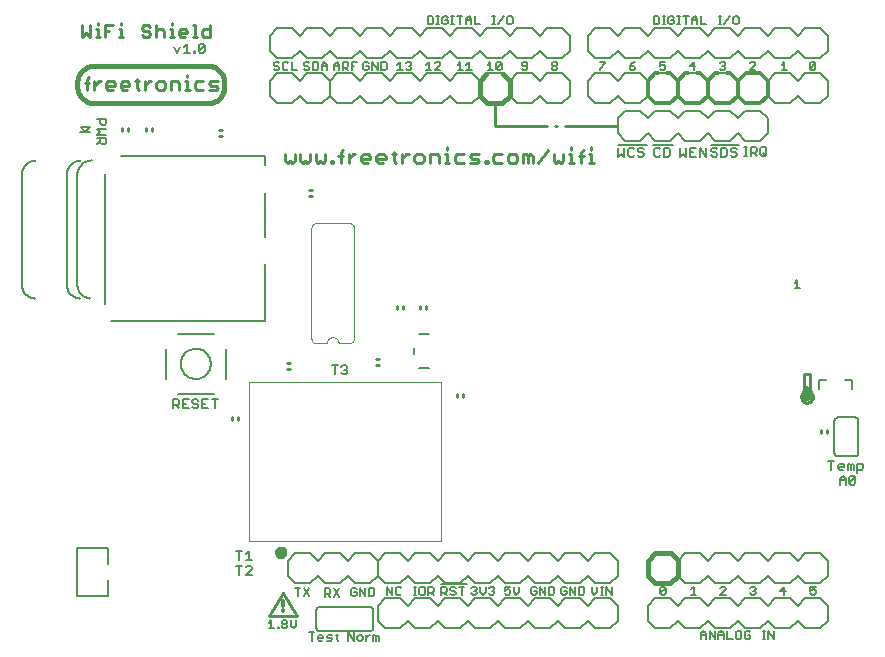
<source format=gto>
G75*
G70*
%OFA0B0*%
%FSLAX24Y24*%
%IPPOS*%
%LPD*%
%AMOC8*
5,1,8,0,0,1.08239X$1,22.5*
%
%ADD10C,0.0050*%
%ADD11C,0.0100*%
%ADD12C,0.0080*%
%ADD13C,0.0160*%
%ADD14C,0.0090*%
%ADD15C,0.0120*%
%ADD16C,0.0039*%
%ADD17C,0.0276*%
%ADD18C,0.0060*%
%ADD19C,0.0040*%
%ADD20C,0.0070*%
D10*
X001975Y001978D02*
X002999Y001978D01*
X002999Y002489D01*
X002999Y003041D02*
X002999Y003552D01*
X001975Y003552D01*
X001975Y002489D01*
X001975Y002291D01*
X001975Y001978D01*
X007262Y002965D02*
X007462Y002965D01*
X007362Y002965D02*
X007362Y002665D01*
X007584Y002665D02*
X007784Y002865D01*
X007784Y002915D01*
X007734Y002965D01*
X007634Y002965D01*
X007584Y002915D01*
X007584Y002665D02*
X007784Y002665D01*
X007784Y003165D02*
X007584Y003165D01*
X007684Y003165D02*
X007684Y003465D01*
X007584Y003365D01*
X007462Y003465D02*
X007262Y003465D01*
X007362Y003465D02*
X007362Y003165D01*
X009231Y002232D02*
X009411Y002232D01*
X009321Y002232D02*
X009321Y001962D01*
X009525Y001962D02*
X009705Y002232D01*
X009525Y002232D02*
X009705Y001962D01*
X010231Y001946D02*
X010231Y002216D01*
X010366Y002216D01*
X010411Y002171D01*
X010411Y002081D01*
X010366Y002036D01*
X010231Y002036D01*
X010321Y002036D02*
X010411Y001946D01*
X010525Y001946D02*
X010705Y002216D01*
X010525Y002216D02*
X010705Y001946D01*
X011106Y002007D02*
X011151Y001962D01*
X011241Y001962D01*
X011286Y002007D01*
X011286Y002097D01*
X011196Y002097D01*
X011286Y002187D02*
X011241Y002232D01*
X011151Y002232D01*
X011106Y002187D01*
X011106Y002007D01*
X011400Y001962D02*
X011400Y002232D01*
X011580Y001962D01*
X011580Y002232D01*
X011695Y002232D02*
X011830Y002232D01*
X011875Y002187D01*
X011875Y002007D01*
X011830Y001962D01*
X011695Y001962D01*
X011695Y002232D01*
X012295Y002260D02*
X012295Y001990D01*
X012476Y001990D02*
X012295Y002260D01*
X012476Y002260D02*
X012476Y001990D01*
X012590Y002035D02*
X012635Y001990D01*
X012725Y001990D01*
X012770Y002035D01*
X012590Y002035D02*
X012590Y002215D01*
X012635Y002260D01*
X012725Y002260D01*
X012770Y002215D01*
X013183Y002260D02*
X013273Y002260D01*
X013228Y002260D02*
X013228Y001990D01*
X013183Y001990D02*
X013273Y001990D01*
X013379Y002035D02*
X013424Y001990D01*
X013514Y001990D01*
X013559Y002035D01*
X013559Y002215D01*
X013514Y002260D01*
X013424Y002260D01*
X013379Y002215D01*
X013379Y002035D01*
X013674Y001990D02*
X013674Y002260D01*
X013809Y002260D01*
X013854Y002215D01*
X013854Y002125D01*
X013809Y002080D01*
X013674Y002080D01*
X013764Y002080D02*
X013854Y001990D01*
X014108Y001990D02*
X014108Y002260D01*
X014243Y002260D01*
X014288Y002215D01*
X014288Y002125D01*
X014243Y002080D01*
X014108Y002080D01*
X014198Y002080D02*
X014288Y001990D01*
X014403Y002035D02*
X014448Y001990D01*
X014538Y001990D01*
X014583Y002035D01*
X014583Y002080D01*
X014538Y002125D01*
X014448Y002125D01*
X014403Y002170D01*
X014403Y002215D01*
X014448Y002260D01*
X014538Y002260D01*
X014583Y002215D01*
X014697Y002260D02*
X014877Y002260D01*
X014787Y002260D02*
X014787Y001990D01*
X015106Y002048D02*
X015151Y002003D01*
X015241Y002003D01*
X015287Y002048D01*
X015287Y002093D01*
X015241Y002138D01*
X015196Y002138D01*
X015241Y002138D02*
X015287Y002183D01*
X015287Y002228D01*
X015241Y002273D01*
X015151Y002273D01*
X015106Y002228D01*
X014967Y002360D02*
X014083Y002360D01*
X015401Y002273D02*
X015401Y002093D01*
X015491Y002003D01*
X015581Y002093D01*
X015581Y002273D01*
X015696Y002228D02*
X015741Y002273D01*
X015831Y002273D01*
X015876Y002228D01*
X015876Y002183D01*
X015831Y002138D01*
X015876Y002093D01*
X015876Y002048D01*
X015831Y002003D01*
X015741Y002003D01*
X015696Y002048D01*
X015786Y002138D02*
X015831Y002138D01*
X016219Y002138D02*
X016309Y002183D01*
X016354Y002183D01*
X016399Y002138D01*
X016399Y002048D01*
X016354Y002003D01*
X016264Y002003D01*
X016219Y002048D01*
X016219Y002138D02*
X016219Y002273D01*
X016399Y002273D01*
X016514Y002273D02*
X016514Y002093D01*
X016604Y002003D01*
X016694Y002093D01*
X016694Y002273D01*
X017103Y002228D02*
X017103Y002048D01*
X017148Y002003D01*
X017238Y002003D01*
X017284Y002048D01*
X017284Y002138D01*
X017193Y002138D01*
X017103Y002228D02*
X017148Y002273D01*
X017238Y002273D01*
X017284Y002228D01*
X017398Y002273D02*
X017578Y002003D01*
X017578Y002273D01*
X017693Y002273D02*
X017828Y002273D01*
X017873Y002228D01*
X017873Y002048D01*
X017828Y002003D01*
X017693Y002003D01*
X017693Y002273D01*
X017398Y002273D02*
X017398Y002003D01*
X018103Y002048D02*
X018148Y002003D01*
X018238Y002003D01*
X018284Y002048D01*
X018284Y002138D01*
X018193Y002138D01*
X018103Y002228D02*
X018103Y002048D01*
X018103Y002228D02*
X018148Y002273D01*
X018238Y002273D01*
X018284Y002228D01*
X018398Y002273D02*
X018578Y002003D01*
X018578Y002273D01*
X018693Y002273D02*
X018693Y002003D01*
X018828Y002003D01*
X018873Y002048D01*
X018873Y002228D01*
X018828Y002273D01*
X018693Y002273D01*
X018398Y002273D02*
X018398Y002003D01*
X019119Y002093D02*
X019209Y002003D01*
X019299Y002093D01*
X019299Y002273D01*
X019414Y002273D02*
X019504Y002273D01*
X019459Y002273D02*
X019459Y002003D01*
X019414Y002003D02*
X019504Y002003D01*
X019610Y002003D02*
X019610Y002273D01*
X019790Y002003D01*
X019790Y002273D01*
X019119Y002273D02*
X019119Y002093D01*
X021412Y002048D02*
X021592Y002228D01*
X021592Y002048D01*
X021547Y002003D01*
X021457Y002003D01*
X021412Y002048D01*
X021412Y002228D01*
X021457Y002273D01*
X021547Y002273D01*
X021592Y002228D01*
X022424Y002183D02*
X022514Y002273D01*
X022514Y002003D01*
X022424Y002003D02*
X022605Y002003D01*
X023412Y002003D02*
X023592Y002183D01*
X023592Y002228D01*
X023547Y002273D01*
X023457Y002273D01*
X023412Y002228D01*
X023412Y002003D02*
X023592Y002003D01*
X024412Y002048D02*
X024457Y002003D01*
X024547Y002003D01*
X024592Y002048D01*
X024592Y002093D01*
X024547Y002138D01*
X024502Y002138D01*
X024547Y002138D02*
X024592Y002183D01*
X024592Y002228D01*
X024547Y002273D01*
X024457Y002273D01*
X024412Y002228D01*
X025412Y002138D02*
X025592Y002138D01*
X025547Y002003D02*
X025547Y002273D01*
X025412Y002138D01*
X026412Y002138D02*
X026502Y002183D01*
X026547Y002183D01*
X026592Y002138D01*
X026592Y002048D01*
X026547Y002003D01*
X026457Y002003D01*
X026412Y002048D01*
X026412Y002138D02*
X026412Y002273D01*
X026592Y002273D01*
X025193Y000805D02*
X025193Y000535D01*
X025012Y000805D01*
X025012Y000535D01*
X024906Y000535D02*
X024816Y000535D01*
X024861Y000535D02*
X024861Y000805D01*
X024816Y000805D02*
X024906Y000805D01*
X024407Y000760D02*
X024362Y000805D01*
X024272Y000805D01*
X024227Y000760D01*
X024227Y000580D01*
X024272Y000535D01*
X024362Y000535D01*
X024407Y000580D01*
X024407Y000670D01*
X024317Y000670D01*
X024112Y000760D02*
X024067Y000805D01*
X023977Y000805D01*
X023932Y000760D01*
X023932Y000580D01*
X023977Y000535D01*
X024067Y000535D01*
X024112Y000580D01*
X024112Y000760D01*
X023817Y000535D02*
X023637Y000535D01*
X023637Y000805D01*
X023523Y000715D02*
X023523Y000535D01*
X023523Y000670D02*
X023343Y000670D01*
X023343Y000715D02*
X023433Y000805D01*
X023523Y000715D01*
X023343Y000715D02*
X023343Y000535D01*
X023228Y000535D02*
X023228Y000805D01*
X023048Y000805D02*
X023048Y000535D01*
X022934Y000535D02*
X022934Y000715D01*
X022843Y000805D01*
X022753Y000715D01*
X022753Y000535D01*
X022753Y000670D02*
X022934Y000670D01*
X023048Y000805D02*
X023228Y000535D01*
X027387Y005665D02*
X027387Y005865D01*
X027487Y005965D01*
X027587Y005865D01*
X027587Y005665D01*
X027709Y005715D02*
X027909Y005915D01*
X027909Y005715D01*
X027859Y005665D01*
X027759Y005665D01*
X027709Y005715D01*
X027709Y005915D01*
X027759Y005965D01*
X027859Y005965D01*
X027909Y005915D01*
X027979Y006065D02*
X027979Y006365D01*
X028129Y006365D01*
X028179Y006315D01*
X028179Y006215D01*
X028129Y006165D01*
X027979Y006165D01*
X027857Y006165D02*
X027857Y006315D01*
X027807Y006365D01*
X027757Y006315D01*
X027757Y006165D01*
X027656Y006165D02*
X027656Y006365D01*
X027706Y006365D01*
X027757Y006315D01*
X027534Y006315D02*
X027534Y006265D01*
X027334Y006265D01*
X027334Y006215D02*
X027334Y006315D01*
X027384Y006365D01*
X027484Y006365D01*
X027534Y006315D01*
X027484Y006165D02*
X027384Y006165D01*
X027334Y006215D01*
X027112Y006165D02*
X027112Y006465D01*
X027012Y006465D02*
X027212Y006465D01*
X027387Y005815D02*
X027587Y005815D01*
X026067Y012228D02*
X025887Y012228D01*
X025977Y012228D02*
X025977Y012498D01*
X025887Y012408D01*
X024937Y016634D02*
X024837Y016734D01*
X024937Y016684D02*
X024887Y016634D01*
X024787Y016634D01*
X024736Y016684D01*
X024736Y016884D01*
X024787Y016934D01*
X024887Y016934D01*
X024937Y016884D01*
X024937Y016684D01*
X024614Y016634D02*
X024514Y016734D01*
X024564Y016734D02*
X024414Y016734D01*
X024414Y016634D02*
X024414Y016934D01*
X024564Y016934D01*
X024614Y016884D01*
X024614Y016784D01*
X024564Y016734D01*
X024299Y016634D02*
X024199Y016634D01*
X024249Y016634D02*
X024249Y016934D01*
X024199Y016934D02*
X024299Y016934D01*
X024047Y017003D02*
X023081Y017003D01*
X023156Y016903D02*
X023106Y016853D01*
X023106Y016803D01*
X023156Y016753D01*
X023256Y016753D01*
X023306Y016703D01*
X023306Y016653D01*
X023256Y016603D01*
X023156Y016603D01*
X023106Y016653D01*
X022919Y016603D02*
X022919Y016903D01*
X022719Y016903D02*
X022719Y016603D01*
X022597Y016603D02*
X022397Y016603D01*
X022397Y016903D01*
X022597Y016903D01*
X022719Y016903D02*
X022919Y016603D01*
X023156Y016903D02*
X023256Y016903D01*
X023306Y016853D01*
X023428Y016903D02*
X023578Y016903D01*
X023628Y016853D01*
X023628Y016653D01*
X023578Y016603D01*
X023428Y016603D01*
X023428Y016903D01*
X023750Y016853D02*
X023750Y016803D01*
X023800Y016753D01*
X023900Y016753D01*
X023950Y016703D01*
X023950Y016653D01*
X023900Y016603D01*
X023800Y016603D01*
X023750Y016653D01*
X023750Y016853D02*
X023800Y016903D01*
X023900Y016903D01*
X023950Y016853D01*
X022497Y016753D02*
X022397Y016753D01*
X022275Y016603D02*
X022275Y016903D01*
X022074Y016903D02*
X022074Y016603D01*
X022174Y016703D01*
X022275Y016603D01*
X021722Y016653D02*
X021722Y016853D01*
X021672Y016903D01*
X021522Y016903D01*
X021522Y016603D01*
X021672Y016603D01*
X021722Y016653D01*
X021400Y016653D02*
X021350Y016603D01*
X021249Y016603D01*
X021199Y016653D01*
X021199Y016853D01*
X021249Y016903D01*
X021350Y016903D01*
X021400Y016853D01*
X021174Y017003D02*
X021819Y017003D01*
X020954Y017003D02*
X019987Y017003D01*
X020012Y016903D02*
X020012Y016603D01*
X020112Y016703D01*
X020212Y016603D01*
X020212Y016903D01*
X020334Y016853D02*
X020334Y016653D01*
X020384Y016603D01*
X020484Y016603D01*
X020534Y016653D01*
X020656Y016653D02*
X020706Y016603D01*
X020807Y016603D01*
X020857Y016653D01*
X020857Y016703D01*
X020807Y016753D01*
X020706Y016753D01*
X020656Y016803D01*
X020656Y016853D01*
X020706Y016903D01*
X020807Y016903D01*
X020857Y016853D01*
X020534Y016853D02*
X020484Y016903D01*
X020384Y016903D01*
X020334Y016853D01*
X020432Y019490D02*
X020522Y019490D01*
X020567Y019535D01*
X020567Y019580D01*
X020522Y019625D01*
X020387Y019625D01*
X020387Y019535D01*
X020432Y019490D01*
X020387Y019625D02*
X020477Y019715D01*
X020567Y019760D01*
X021387Y019760D02*
X021387Y019625D01*
X021477Y019670D01*
X021522Y019670D01*
X021567Y019625D01*
X021567Y019535D01*
X021522Y019490D01*
X021432Y019490D01*
X021387Y019535D01*
X021387Y019760D02*
X021567Y019760D01*
X022387Y019625D02*
X022567Y019625D01*
X022522Y019490D02*
X022522Y019760D01*
X022387Y019625D01*
X023387Y019535D02*
X023432Y019490D01*
X023522Y019490D01*
X023567Y019535D01*
X023567Y019580D01*
X023522Y019625D01*
X023477Y019625D01*
X023522Y019625D02*
X023567Y019670D01*
X023567Y019715D01*
X023522Y019760D01*
X023432Y019760D01*
X023387Y019715D01*
X024387Y019715D02*
X024432Y019760D01*
X024522Y019760D01*
X024567Y019715D01*
X024567Y019670D01*
X024387Y019490D01*
X024567Y019490D01*
X025449Y019490D02*
X025630Y019490D01*
X025539Y019490D02*
X025539Y019760D01*
X025449Y019670D01*
X026387Y019715D02*
X026387Y019535D01*
X026567Y019715D01*
X026567Y019535D01*
X026522Y019490D01*
X026432Y019490D01*
X026387Y019535D01*
X026387Y019715D02*
X026432Y019760D01*
X026522Y019760D01*
X026567Y019715D01*
X024019Y021060D02*
X024019Y021240D01*
X023974Y021285D01*
X023884Y021285D01*
X023839Y021240D01*
X023839Y021060D01*
X023884Y021015D01*
X023974Y021015D01*
X024019Y021060D01*
X023724Y021285D02*
X023544Y021015D01*
X023438Y021015D02*
X023348Y021015D01*
X023393Y021015D02*
X023393Y021285D01*
X023348Y021285D02*
X023438Y021285D01*
X022939Y021015D02*
X022758Y021015D01*
X022758Y021285D01*
X022644Y021195D02*
X022644Y021015D01*
X022644Y021150D02*
X022464Y021150D01*
X022464Y021195D02*
X022554Y021285D01*
X022644Y021195D01*
X022464Y021195D02*
X022464Y021015D01*
X022259Y021015D02*
X022259Y021285D01*
X022169Y021285D02*
X022349Y021285D01*
X022063Y021285D02*
X021973Y021285D01*
X022018Y021285D02*
X022018Y021015D01*
X021973Y021015D02*
X022063Y021015D01*
X021858Y021060D02*
X021858Y021150D01*
X021768Y021150D01*
X021678Y021060D02*
X021723Y021015D01*
X021813Y021015D01*
X021858Y021060D01*
X021678Y021060D02*
X021678Y021240D01*
X021723Y021285D01*
X021813Y021285D01*
X021858Y021240D01*
X021572Y021285D02*
X021482Y021285D01*
X021527Y021285D02*
X021527Y021015D01*
X021482Y021015D02*
X021572Y021015D01*
X021367Y021060D02*
X021367Y021240D01*
X021322Y021285D01*
X021187Y021285D01*
X021187Y021015D01*
X021322Y021015D01*
X021367Y021060D01*
X019567Y019760D02*
X019567Y019715D01*
X019387Y019535D01*
X019387Y019490D01*
X019387Y019760D02*
X019567Y019760D01*
X017980Y019715D02*
X017980Y019670D01*
X017934Y019625D01*
X017844Y019625D01*
X017799Y019670D01*
X017799Y019715D01*
X017844Y019760D01*
X017934Y019760D01*
X017980Y019715D01*
X017934Y019625D02*
X017980Y019580D01*
X017980Y019535D01*
X017934Y019490D01*
X017844Y019490D01*
X017799Y019535D01*
X017799Y019580D01*
X017844Y019625D01*
X016980Y019625D02*
X016844Y019625D01*
X016799Y019670D01*
X016799Y019715D01*
X016844Y019760D01*
X016934Y019760D01*
X016980Y019715D01*
X016980Y019535D01*
X016934Y019490D01*
X016844Y019490D01*
X016799Y019535D01*
X016124Y019535D02*
X016079Y019490D01*
X015989Y019490D01*
X015944Y019535D01*
X016124Y019715D01*
X016124Y019535D01*
X015944Y019535D02*
X015944Y019715D01*
X015989Y019760D01*
X016079Y019760D01*
X016124Y019715D01*
X015830Y019490D02*
X015649Y019490D01*
X015739Y019490D02*
X015739Y019760D01*
X015649Y019670D01*
X015124Y019490D02*
X014944Y019490D01*
X015034Y019490D02*
X015034Y019760D01*
X014944Y019670D01*
X014830Y019490D02*
X014649Y019490D01*
X014739Y019490D02*
X014739Y019760D01*
X014649Y019670D01*
X014074Y019670D02*
X014074Y019715D01*
X014029Y019760D01*
X013939Y019760D01*
X013894Y019715D01*
X014074Y019670D02*
X013894Y019490D01*
X014074Y019490D01*
X013780Y019490D02*
X013599Y019490D01*
X013689Y019490D02*
X013689Y019760D01*
X013599Y019670D01*
X013112Y019670D02*
X013067Y019625D01*
X013112Y019580D01*
X013112Y019535D01*
X013067Y019490D01*
X012977Y019490D01*
X012932Y019535D01*
X012817Y019490D02*
X012637Y019490D01*
X012727Y019490D02*
X012727Y019760D01*
X012637Y019670D01*
X012932Y019715D02*
X012977Y019760D01*
X013067Y019760D01*
X013112Y019715D01*
X013112Y019670D01*
X013067Y019625D02*
X013022Y019625D01*
X012281Y019535D02*
X012281Y019715D01*
X012236Y019760D01*
X012101Y019760D01*
X012101Y019490D01*
X012236Y019490D01*
X012281Y019535D01*
X011987Y019490D02*
X011987Y019760D01*
X011807Y019760D02*
X011987Y019490D01*
X011807Y019490D02*
X011807Y019760D01*
X011692Y019715D02*
X011647Y019760D01*
X011557Y019760D01*
X011512Y019715D01*
X011512Y019535D01*
X011557Y019490D01*
X011647Y019490D01*
X011692Y019535D01*
X011692Y019625D01*
X011602Y019625D01*
X011294Y019760D02*
X011114Y019760D01*
X011114Y019490D01*
X010999Y019490D02*
X010909Y019580D01*
X010954Y019580D02*
X010819Y019580D01*
X010819Y019490D02*
X010819Y019760D01*
X010954Y019760D01*
X010999Y019715D01*
X010999Y019625D01*
X010954Y019580D01*
X011114Y019625D02*
X011204Y019625D01*
X010705Y019625D02*
X010524Y019625D01*
X010524Y019670D02*
X010614Y019760D01*
X010705Y019670D01*
X010705Y019490D01*
X010524Y019490D02*
X010524Y019670D01*
X010294Y019670D02*
X010294Y019490D01*
X010294Y019625D02*
X010114Y019625D01*
X010114Y019670D02*
X010204Y019760D01*
X010294Y019670D01*
X010114Y019670D02*
X010114Y019490D01*
X009999Y019535D02*
X009999Y019715D01*
X009954Y019760D01*
X009819Y019760D01*
X009819Y019490D01*
X009954Y019490D01*
X009999Y019535D01*
X009705Y019535D02*
X009659Y019490D01*
X009569Y019490D01*
X009524Y019535D01*
X009569Y019625D02*
X009659Y019625D01*
X009705Y019580D01*
X009705Y019535D01*
X009569Y019625D02*
X009524Y019670D01*
X009524Y019715D01*
X009569Y019760D01*
X009659Y019760D01*
X009705Y019715D01*
X009294Y019490D02*
X009114Y019490D01*
X009114Y019760D01*
X008999Y019715D02*
X008954Y019760D01*
X008864Y019760D01*
X008819Y019715D01*
X008819Y019535D01*
X008864Y019490D01*
X008954Y019490D01*
X008999Y019535D01*
X008705Y019535D02*
X008659Y019490D01*
X008569Y019490D01*
X008524Y019535D01*
X008569Y019625D02*
X008659Y019625D01*
X008705Y019580D01*
X008705Y019535D01*
X008569Y019625D02*
X008524Y019670D01*
X008524Y019715D01*
X008569Y019760D01*
X008659Y019760D01*
X008705Y019715D01*
X006222Y020117D02*
X006171Y020065D01*
X006067Y020065D01*
X006016Y020117D01*
X006222Y020324D01*
X006222Y020117D01*
X006016Y020117D02*
X006016Y020324D01*
X006067Y020375D01*
X006171Y020375D01*
X006222Y020324D01*
X005902Y020117D02*
X005902Y020065D01*
X005850Y020065D01*
X005850Y020117D01*
X005902Y020117D01*
X005725Y020065D02*
X005518Y020065D01*
X005622Y020065D02*
X005622Y020375D01*
X005518Y020272D01*
X005394Y020272D02*
X005290Y020065D01*
X005187Y020272D01*
X002937Y017865D02*
X002637Y017865D01*
X002737Y017865D02*
X002737Y017715D01*
X002787Y017665D01*
X002887Y017665D01*
X002937Y017715D01*
X002937Y017865D01*
X002937Y017543D02*
X002637Y017543D01*
X002737Y017443D01*
X002637Y017343D01*
X002937Y017343D01*
X002937Y017220D02*
X002937Y017070D01*
X002887Y017020D01*
X002787Y017020D01*
X002737Y017070D01*
X002737Y017220D01*
X002737Y017120D02*
X002637Y017020D01*
X002637Y017220D02*
X002937Y017220D01*
X003427Y016640D02*
X008221Y016640D01*
X008221Y016316D01*
X008221Y015390D02*
X008221Y013941D01*
X008221Y013015D02*
X008221Y011128D01*
X003089Y011128D01*
X002906Y011714D02*
X002906Y016033D01*
X002449Y016482D02*
X002408Y016480D01*
X002367Y016475D01*
X002327Y016466D01*
X002288Y016454D01*
X002250Y016438D01*
X002213Y016419D01*
X002178Y016397D01*
X002146Y016372D01*
X002115Y016344D01*
X002087Y016313D01*
X002062Y016281D01*
X002040Y016246D01*
X002021Y016209D01*
X002005Y016171D01*
X001993Y016132D01*
X001984Y016092D01*
X001979Y016051D01*
X001977Y016010D01*
X001977Y012388D01*
X001623Y012388D02*
X001621Y012347D01*
X001623Y012306D01*
X001629Y012265D01*
X001638Y012224D01*
X001650Y012185D01*
X001666Y012147D01*
X001685Y012110D01*
X001708Y012076D01*
X001733Y012043D01*
X001761Y012012D01*
X001792Y011985D01*
X001825Y011960D01*
X001860Y011938D01*
X001896Y011919D01*
X001935Y011903D01*
X001974Y011891D01*
X002015Y011882D01*
X002056Y011877D01*
X002410Y011877D02*
X002369Y011882D01*
X002328Y011891D01*
X002289Y011903D01*
X002250Y011919D01*
X002214Y011938D01*
X002179Y011960D01*
X002146Y011985D01*
X002115Y012012D01*
X002087Y012043D01*
X002062Y012076D01*
X002039Y012110D01*
X002020Y012147D01*
X002004Y012185D01*
X001992Y012224D01*
X001983Y012265D01*
X001977Y012306D01*
X001975Y012347D01*
X001977Y012388D01*
X001623Y012388D02*
X001623Y016010D01*
X001625Y016051D01*
X001630Y016092D01*
X001639Y016132D01*
X001651Y016171D01*
X001667Y016209D01*
X001686Y016246D01*
X001708Y016281D01*
X001733Y016313D01*
X001761Y016344D01*
X001792Y016372D01*
X001824Y016397D01*
X001859Y016419D01*
X001896Y016438D01*
X001934Y016454D01*
X001973Y016466D01*
X002013Y016475D01*
X002054Y016480D01*
X002095Y016482D01*
X000599Y016482D02*
X000558Y016480D01*
X000517Y016475D01*
X000477Y016466D01*
X000438Y016454D01*
X000400Y016438D01*
X000363Y016419D01*
X000328Y016397D01*
X000296Y016372D01*
X000265Y016344D01*
X000237Y016313D01*
X000212Y016281D01*
X000190Y016246D01*
X000171Y016209D01*
X000155Y016171D01*
X000143Y016132D01*
X000134Y016092D01*
X000129Y016051D01*
X000127Y016010D01*
X000127Y012388D01*
X000125Y012347D01*
X000127Y012306D01*
X000133Y012265D01*
X000142Y012224D01*
X000154Y012185D01*
X000170Y012147D01*
X000189Y012110D01*
X000212Y012076D01*
X000237Y012043D01*
X000265Y012012D01*
X000296Y011985D01*
X000329Y011960D01*
X000364Y011938D01*
X000400Y011919D01*
X000439Y011903D01*
X000478Y011891D01*
X000519Y011882D01*
X000560Y011877D01*
X005168Y008528D02*
X005168Y008228D01*
X005168Y008328D02*
X005318Y008328D01*
X005368Y008378D01*
X005368Y008478D01*
X005318Y008528D01*
X005168Y008528D01*
X005268Y008328D02*
X005368Y008228D01*
X005490Y008228D02*
X005691Y008228D01*
X005813Y008278D02*
X005863Y008228D01*
X005963Y008228D01*
X006013Y008278D01*
X006013Y008328D01*
X005963Y008378D01*
X005863Y008378D01*
X005813Y008428D01*
X005813Y008478D01*
X005863Y008528D01*
X005963Y008528D01*
X006013Y008478D01*
X006135Y008528D02*
X006135Y008228D01*
X006335Y008228D01*
X006235Y008378D02*
X006135Y008378D01*
X006135Y008528D02*
X006335Y008528D01*
X006457Y008528D02*
X006657Y008528D01*
X006557Y008528D02*
X006557Y008228D01*
X005691Y008528D02*
X005490Y008528D01*
X005490Y008228D01*
X005490Y008378D02*
X005590Y008378D01*
X010449Y009653D02*
X010650Y009653D01*
X010549Y009653D02*
X010549Y009353D01*
X010772Y009403D02*
X010822Y009353D01*
X010922Y009353D01*
X010972Y009403D01*
X010972Y009453D01*
X010922Y009503D01*
X010872Y009503D01*
X010922Y009503D02*
X010972Y009553D01*
X010972Y009603D01*
X010922Y009653D01*
X010822Y009653D01*
X010772Y009603D01*
X009272Y001154D02*
X009272Y000974D01*
X009182Y000884D01*
X009092Y000974D01*
X009092Y001154D01*
X008978Y001109D02*
X008978Y001064D01*
X008933Y001019D01*
X008843Y001019D01*
X008798Y001064D01*
X008798Y001109D01*
X008843Y001154D01*
X008933Y001154D01*
X008978Y001109D01*
X008933Y001019D02*
X008978Y000974D01*
X008978Y000929D01*
X008933Y000884D01*
X008843Y000884D01*
X008798Y000929D01*
X008798Y000974D01*
X008843Y001019D01*
X008695Y000929D02*
X008695Y000884D01*
X008650Y000884D01*
X008650Y000929D01*
X008695Y000929D01*
X008536Y000884D02*
X008356Y000884D01*
X008446Y000884D02*
X008446Y001154D01*
X008356Y001064D01*
X009699Y000748D02*
X009880Y000748D01*
X009789Y000748D02*
X009789Y000478D01*
X009994Y000523D02*
X009994Y000613D01*
X010039Y000658D01*
X010129Y000658D01*
X010174Y000613D01*
X010174Y000568D01*
X009994Y000568D01*
X009994Y000523D02*
X010039Y000478D01*
X010129Y000478D01*
X010289Y000478D02*
X010424Y000478D01*
X010469Y000523D01*
X010424Y000568D01*
X010334Y000568D01*
X010289Y000613D01*
X010334Y000658D01*
X010469Y000658D01*
X010583Y000658D02*
X010673Y000658D01*
X010628Y000703D02*
X010628Y000523D01*
X010673Y000478D01*
X011012Y000478D02*
X011012Y000748D01*
X011192Y000478D01*
X011192Y000748D01*
X011307Y000613D02*
X011352Y000658D01*
X011442Y000658D01*
X011487Y000613D01*
X011487Y000523D01*
X011442Y000478D01*
X011352Y000478D01*
X011307Y000523D01*
X011307Y000613D01*
X011601Y000658D02*
X011601Y000478D01*
X011601Y000568D02*
X011691Y000658D01*
X011736Y000658D01*
X011847Y000658D02*
X011847Y000478D01*
X011937Y000478D02*
X011937Y000613D01*
X011982Y000658D01*
X012027Y000613D01*
X012027Y000478D01*
X011937Y000613D02*
X011892Y000658D01*
X011847Y000658D01*
X013649Y021015D02*
X013784Y021015D01*
X013830Y021060D01*
X013830Y021240D01*
X013784Y021285D01*
X013649Y021285D01*
X013649Y021015D01*
X013944Y021015D02*
X014034Y021015D01*
X013989Y021015D02*
X013989Y021285D01*
X013944Y021285D02*
X014034Y021285D01*
X014140Y021240D02*
X014140Y021060D01*
X014185Y021015D01*
X014276Y021015D01*
X014321Y021060D01*
X014321Y021150D01*
X014231Y021150D01*
X014321Y021240D02*
X014276Y021285D01*
X014185Y021285D01*
X014140Y021240D01*
X014435Y021285D02*
X014525Y021285D01*
X014480Y021285D02*
X014480Y021015D01*
X014435Y021015D02*
X014525Y021015D01*
X014722Y021015D02*
X014722Y021285D01*
X014632Y021285D02*
X014812Y021285D01*
X014926Y021195D02*
X014926Y021015D01*
X014926Y021150D02*
X015106Y021150D01*
X015106Y021195D02*
X015106Y021015D01*
X015221Y021015D02*
X015221Y021285D01*
X015106Y021195D02*
X015016Y021285D01*
X014926Y021195D01*
X015221Y021015D02*
X015401Y021015D01*
X015810Y021015D02*
X015900Y021015D01*
X015855Y021015D02*
X015855Y021285D01*
X015810Y021285D02*
X015900Y021285D01*
X016187Y021285D02*
X016007Y021015D01*
X016301Y021060D02*
X016301Y021240D01*
X016346Y021285D01*
X016436Y021285D01*
X016481Y021240D01*
X016481Y021060D01*
X016436Y021015D01*
X016346Y021015D01*
X016301Y021060D01*
D11*
X015893Y018359D02*
X015893Y017640D01*
X017629Y017640D01*
X017900Y017640D02*
X017949Y017640D01*
X018220Y017640D02*
X019956Y017640D01*
X013589Y011628D02*
X013589Y011528D01*
X013389Y011528D02*
X013389Y011628D01*
X012837Y011628D02*
X012837Y011528D01*
X012637Y011528D02*
X012637Y011628D01*
X012047Y009865D02*
X011947Y009865D01*
X011947Y009665D02*
X012047Y009665D01*
X014637Y008690D02*
X014637Y008590D01*
X014837Y008590D02*
X014837Y008690D01*
X009053Y009540D02*
X008953Y009540D01*
X008953Y009740D02*
X009053Y009740D01*
X007337Y007920D02*
X007337Y007820D01*
X007137Y007820D02*
X007137Y007920D01*
X008831Y002078D02*
X009299Y001296D01*
X008362Y001296D01*
X008831Y002078D01*
X009687Y015290D02*
X009787Y015290D01*
X009787Y015490D02*
X009687Y015490D01*
X006787Y017290D02*
X006687Y017290D01*
X006687Y017490D02*
X006787Y017490D01*
X004462Y017465D02*
X004462Y017565D01*
X004262Y017565D02*
X004262Y017465D01*
X003649Y017465D02*
X003649Y017565D01*
X003449Y017565D02*
X003449Y017465D01*
X026206Y009359D02*
X026206Y008703D01*
X026393Y008734D01*
X026393Y009359D01*
X026206Y009359D01*
X026299Y008671D02*
X026268Y008640D01*
X026237Y008609D01*
X026299Y008546D01*
X026362Y008609D01*
X026362Y008671D01*
X026299Y008671D02*
X026299Y008609D01*
X026099Y008609D02*
X026101Y008637D01*
X026107Y008664D01*
X026116Y008690D01*
X026129Y008715D01*
X026146Y008738D01*
X026165Y008758D01*
X026187Y008775D01*
X026211Y008789D01*
X026237Y008799D01*
X026264Y008806D01*
X026292Y008809D01*
X026320Y008808D01*
X026347Y008803D01*
X026374Y008794D01*
X026399Y008782D01*
X026422Y008767D01*
X026443Y008748D01*
X026461Y008727D01*
X026476Y008703D01*
X026487Y008677D01*
X026495Y008651D01*
X026499Y008623D01*
X026499Y008595D01*
X026495Y008567D01*
X026487Y008541D01*
X026476Y008515D01*
X026461Y008491D01*
X026443Y008470D01*
X026422Y008451D01*
X026399Y008436D01*
X026374Y008424D01*
X026347Y008415D01*
X026320Y008410D01*
X026292Y008409D01*
X026264Y008412D01*
X026237Y008419D01*
X026211Y008429D01*
X026187Y008443D01*
X026165Y008460D01*
X026146Y008480D01*
X026129Y008503D01*
X026116Y008528D01*
X026107Y008554D01*
X026101Y008581D01*
X026099Y008609D01*
X026762Y007503D02*
X026762Y007403D01*
X026962Y007403D02*
X026962Y007503D01*
D12*
X026331Y008484D02*
X026362Y008515D01*
X026393Y008515D01*
X026456Y008578D01*
X026456Y008640D01*
X026424Y008671D01*
X026424Y008609D01*
X026237Y008609D01*
X026206Y008640D01*
X026206Y008578D01*
X026237Y008546D01*
X026268Y008515D01*
X026237Y008515D01*
X026206Y008484D01*
X026331Y008484D01*
X026331Y008515D02*
X026393Y008578D01*
X026331Y008515D02*
X026268Y008515D01*
X026237Y008546D02*
X026206Y008546D01*
X026174Y008578D01*
X026174Y008703D01*
X026237Y008703D02*
X026237Y008671D01*
X026206Y008640D01*
X026268Y008640D02*
X026268Y008671D01*
X026237Y008703D01*
X026299Y008828D02*
X026268Y008921D01*
X026331Y008921D01*
X026331Y008828D01*
X026686Y008851D02*
X026686Y009166D01*
X026922Y009166D01*
X027552Y009166D02*
X027788Y009166D01*
X027788Y008851D01*
X026737Y003390D02*
X026237Y003390D01*
X025987Y003140D01*
X025737Y003390D01*
X025237Y003390D01*
X024987Y003140D01*
X024737Y003390D01*
X024237Y003390D01*
X023987Y003140D01*
X023737Y003390D01*
X023237Y003390D01*
X022987Y003140D01*
X022737Y003390D01*
X022237Y003390D01*
X021987Y003140D01*
X021737Y003390D01*
X021237Y003390D01*
X020987Y003140D01*
X020987Y002640D01*
X021237Y002390D01*
X021737Y002390D01*
X021987Y002640D01*
X022237Y002390D01*
X022737Y002390D01*
X022987Y002640D01*
X023237Y002390D01*
X023737Y002390D01*
X023987Y002640D01*
X024237Y002390D01*
X024737Y002390D01*
X024987Y002640D01*
X025237Y002390D01*
X025737Y002390D01*
X025987Y002640D01*
X026237Y002390D01*
X026737Y002390D01*
X026987Y002640D01*
X026987Y003140D01*
X026737Y003390D01*
X026737Y001890D02*
X026237Y001890D01*
X025987Y001640D01*
X025737Y001890D01*
X025237Y001890D01*
X024987Y001640D01*
X024737Y001890D01*
X024237Y001890D01*
X023987Y001640D01*
X023737Y001890D01*
X023237Y001890D01*
X022987Y001640D01*
X022737Y001890D01*
X022237Y001890D01*
X021987Y001640D01*
X021737Y001890D01*
X021237Y001890D01*
X020987Y001640D01*
X020987Y001140D01*
X021237Y000890D01*
X021737Y000890D01*
X021987Y001140D01*
X022237Y000890D01*
X022737Y000890D01*
X022987Y001140D01*
X023237Y000890D01*
X023737Y000890D01*
X023987Y001140D01*
X024237Y000890D01*
X024737Y000890D01*
X024987Y001140D01*
X025237Y000890D01*
X025737Y000890D01*
X025987Y001140D01*
X026237Y000890D01*
X026737Y000890D01*
X026987Y001140D01*
X026987Y001640D01*
X026737Y001890D01*
X019987Y001640D02*
X019987Y001140D01*
X019737Y000890D01*
X019237Y000890D01*
X018987Y001140D01*
X018737Y000890D01*
X018237Y000890D01*
X017987Y001140D01*
X017737Y000890D01*
X017237Y000890D01*
X016987Y001140D01*
X016737Y000890D01*
X016237Y000890D01*
X015987Y001140D01*
X015737Y000890D01*
X015237Y000890D01*
X014987Y001140D01*
X014737Y000890D01*
X014237Y000890D01*
X013987Y001140D01*
X013737Y000890D01*
X013237Y000890D01*
X012987Y001140D01*
X012737Y000890D01*
X012237Y000890D01*
X011987Y001140D01*
X011987Y001640D01*
X012237Y001890D01*
X012737Y001890D01*
X012987Y001640D01*
X013237Y001890D01*
X013737Y001890D01*
X013987Y001640D01*
X014237Y001890D01*
X014737Y001890D01*
X014987Y001640D01*
X015237Y001890D01*
X015737Y001890D01*
X015987Y001640D01*
X016237Y001890D01*
X016737Y001890D01*
X016987Y001640D01*
X017237Y001890D01*
X017737Y001890D01*
X017987Y001640D01*
X018237Y001890D01*
X018737Y001890D01*
X018987Y001640D01*
X019237Y001890D01*
X019737Y001890D01*
X019987Y001640D01*
X019737Y002390D02*
X019237Y002390D01*
X018987Y002640D01*
X018737Y002390D01*
X018237Y002390D01*
X017987Y002640D01*
X017737Y002390D01*
X017237Y002390D01*
X016987Y002640D01*
X016737Y002390D01*
X016237Y002390D01*
X015987Y002640D01*
X015737Y002390D01*
X015237Y002390D01*
X014987Y002640D01*
X014737Y002390D01*
X014237Y002390D01*
X013987Y002640D01*
X013737Y002390D01*
X013237Y002390D01*
X012987Y002640D01*
X012737Y002390D01*
X012237Y002390D01*
X011987Y002640D01*
X011987Y003140D01*
X012237Y003390D01*
X012737Y003390D01*
X012987Y003140D01*
X013237Y003390D01*
X013737Y003390D01*
X013987Y003140D01*
X014237Y003390D01*
X014737Y003390D01*
X014987Y003140D01*
X015237Y003390D01*
X015737Y003390D01*
X015987Y003140D01*
X016237Y003390D01*
X016737Y003390D01*
X016987Y003140D01*
X017237Y003390D01*
X017737Y003390D01*
X017987Y003140D01*
X018237Y003390D01*
X018737Y003390D01*
X018987Y003140D01*
X019237Y003390D01*
X019737Y003390D01*
X019987Y003140D01*
X019987Y002640D01*
X019737Y002390D01*
X011987Y002640D02*
X011987Y003140D01*
X011737Y003390D01*
X011237Y003390D01*
X010987Y003140D01*
X010737Y003390D01*
X010237Y003390D01*
X009987Y003140D01*
X009737Y003390D01*
X009237Y003390D01*
X008987Y003140D01*
X008987Y002640D01*
X009237Y002390D01*
X009737Y002390D01*
X009987Y002640D01*
X010237Y002390D01*
X010737Y002390D01*
X010987Y002640D01*
X011237Y002390D01*
X011737Y002390D01*
X011987Y002640D01*
X006531Y008703D02*
X005318Y008703D01*
X004924Y009214D02*
X004924Y010203D01*
X005318Y010703D02*
X006531Y010703D01*
X006924Y010191D02*
X006924Y009214D01*
X005424Y009703D02*
X005426Y009747D01*
X005432Y009791D01*
X005442Y009834D01*
X005455Y009876D01*
X005472Y009917D01*
X005493Y009956D01*
X005517Y009993D01*
X005544Y010028D01*
X005574Y010060D01*
X005607Y010090D01*
X005643Y010116D01*
X005680Y010140D01*
X005720Y010159D01*
X005761Y010176D01*
X005804Y010188D01*
X005847Y010197D01*
X005891Y010202D01*
X005935Y010203D01*
X005979Y010200D01*
X006023Y010193D01*
X006066Y010182D01*
X006108Y010168D01*
X006148Y010150D01*
X006187Y010128D01*
X006223Y010104D01*
X006257Y010076D01*
X006289Y010045D01*
X006318Y010011D01*
X006344Y009975D01*
X006366Y009937D01*
X006385Y009897D01*
X006400Y009855D01*
X006412Y009813D01*
X006420Y009769D01*
X006424Y009725D01*
X006424Y009681D01*
X006420Y009637D01*
X006412Y009593D01*
X006400Y009551D01*
X006385Y009509D01*
X006366Y009469D01*
X006344Y009431D01*
X006318Y009395D01*
X006289Y009361D01*
X006257Y009330D01*
X006223Y009302D01*
X006187Y009278D01*
X006148Y009256D01*
X006108Y009238D01*
X006066Y009224D01*
X006023Y009213D01*
X005979Y009206D01*
X005935Y009203D01*
X005891Y009204D01*
X005847Y009209D01*
X005804Y009218D01*
X005761Y009230D01*
X005720Y009247D01*
X005680Y009266D01*
X005643Y009290D01*
X005607Y009316D01*
X005574Y009346D01*
X005544Y009378D01*
X005517Y009413D01*
X005493Y009450D01*
X005472Y009489D01*
X005455Y009530D01*
X005442Y009572D01*
X005432Y009615D01*
X005426Y009659D01*
X005424Y009703D01*
X013213Y010034D02*
X013213Y010246D01*
X013363Y010700D02*
X013701Y010700D01*
X013701Y009580D02*
X013363Y009580D01*
X020237Y017140D02*
X019987Y017390D01*
X019987Y017890D01*
X020237Y018140D01*
X020737Y018140D01*
X020987Y017890D01*
X021237Y018140D01*
X021737Y018140D01*
X021987Y017890D01*
X022237Y018140D01*
X022737Y018140D01*
X022987Y017890D01*
X023237Y018140D01*
X023737Y018140D01*
X023987Y017890D01*
X024237Y018140D01*
X024737Y018140D01*
X024987Y017890D01*
X024987Y017390D01*
X024737Y017140D01*
X024237Y017140D01*
X023987Y017390D01*
X023737Y017140D01*
X023237Y017140D01*
X022987Y017390D01*
X022737Y017140D01*
X022237Y017140D01*
X021987Y017390D01*
X021737Y017140D01*
X021237Y017140D01*
X020987Y017390D01*
X020737Y017140D01*
X020237Y017140D01*
X020237Y018390D02*
X019987Y018640D01*
X019737Y018390D01*
X019237Y018390D01*
X018987Y018640D01*
X018987Y019140D01*
X019237Y019390D01*
X019737Y019390D01*
X019987Y019140D01*
X020237Y019390D01*
X020737Y019390D01*
X020987Y019140D01*
X021237Y019390D01*
X021737Y019390D01*
X021987Y019140D01*
X022237Y019390D01*
X022737Y019390D01*
X022987Y019140D01*
X023237Y019390D01*
X023737Y019390D01*
X023987Y019140D01*
X024237Y019390D01*
X024737Y019390D01*
X024987Y019140D01*
X025237Y019390D01*
X025737Y019390D01*
X025987Y019140D01*
X026237Y019390D01*
X026737Y019390D01*
X026987Y019140D01*
X026987Y018640D01*
X026737Y018390D01*
X026237Y018390D01*
X025987Y018640D01*
X025737Y018390D01*
X025237Y018390D01*
X024987Y018640D01*
X024737Y018390D01*
X024237Y018390D01*
X023987Y018640D01*
X023737Y018390D01*
X023237Y018390D01*
X022987Y018640D01*
X022737Y018390D01*
X022237Y018390D01*
X021987Y018640D01*
X021737Y018390D01*
X021237Y018390D01*
X020987Y018640D01*
X020737Y018390D01*
X020237Y018390D01*
X018387Y018640D02*
X018137Y018390D01*
X017637Y018390D01*
X017387Y018640D01*
X017137Y018390D01*
X016637Y018390D01*
X016387Y018640D01*
X016137Y018390D01*
X015637Y018390D01*
X015387Y018640D01*
X015137Y018390D01*
X014637Y018390D01*
X014387Y018640D01*
X014137Y018390D01*
X013637Y018390D01*
X013387Y018640D01*
X013137Y018390D01*
X012637Y018390D01*
X012387Y018640D01*
X012137Y018390D01*
X011637Y018390D01*
X011387Y018640D01*
X011137Y018390D01*
X010637Y018390D01*
X010387Y018640D01*
X010137Y018390D01*
X009637Y018390D01*
X009387Y018640D01*
X009137Y018390D01*
X008637Y018390D01*
X008387Y018640D01*
X008387Y019140D01*
X008637Y019390D01*
X009137Y019390D01*
X009387Y019140D01*
X009637Y019390D01*
X010137Y019390D01*
X010387Y019140D01*
X010387Y018640D01*
X010387Y019140D01*
X010637Y019390D01*
X011137Y019390D01*
X011387Y019140D01*
X011637Y019390D01*
X012137Y019390D01*
X012387Y019140D01*
X012637Y019390D01*
X013137Y019390D01*
X013387Y019140D01*
X013637Y019390D01*
X014137Y019390D01*
X014387Y019140D01*
X014637Y019390D01*
X015137Y019390D01*
X015387Y019140D01*
X015637Y019390D01*
X016137Y019390D01*
X016387Y019140D01*
X016637Y019390D01*
X017137Y019390D01*
X017387Y019140D01*
X017637Y019390D01*
X018137Y019390D01*
X018387Y019140D01*
X018387Y018640D01*
X018137Y019890D02*
X017637Y019890D01*
X017387Y020140D01*
X017137Y019890D01*
X016637Y019890D01*
X016387Y020140D01*
X016137Y019890D01*
X015637Y019890D01*
X015387Y020140D01*
X015137Y019890D01*
X014637Y019890D01*
X014387Y020140D01*
X014137Y019890D01*
X013637Y019890D01*
X013387Y020140D01*
X013137Y019890D01*
X012637Y019890D01*
X012387Y020140D01*
X012137Y019890D01*
X011637Y019890D01*
X011387Y020140D01*
X011137Y019890D01*
X010637Y019890D01*
X010387Y020140D01*
X010137Y019890D01*
X009637Y019890D01*
X009387Y020140D01*
X009137Y019890D01*
X008637Y019890D01*
X008387Y020140D01*
X008387Y020640D01*
X008637Y020890D01*
X009137Y020890D01*
X009387Y020640D01*
X009637Y020890D01*
X010137Y020890D01*
X010387Y020640D01*
X010637Y020890D01*
X011137Y020890D01*
X011387Y020640D01*
X011637Y020890D01*
X012137Y020890D01*
X012387Y020640D01*
X012637Y020890D01*
X013137Y020890D01*
X013387Y020640D01*
X013637Y020890D01*
X014137Y020890D01*
X014387Y020640D01*
X014637Y020890D01*
X015137Y020890D01*
X015387Y020640D01*
X015637Y020890D01*
X016137Y020890D01*
X016387Y020640D01*
X016637Y020890D01*
X017137Y020890D01*
X017387Y020640D01*
X017637Y020890D01*
X018137Y020890D01*
X018387Y020640D01*
X018387Y020140D01*
X018137Y019890D01*
X018987Y020140D02*
X018987Y020640D01*
X019237Y020890D01*
X019737Y020890D01*
X019987Y020640D01*
X020237Y020890D01*
X020737Y020890D01*
X020987Y020640D01*
X021237Y020890D01*
X021737Y020890D01*
X021987Y020640D01*
X022237Y020890D01*
X022737Y020890D01*
X022987Y020640D01*
X023237Y020890D01*
X023737Y020890D01*
X023987Y020640D01*
X024237Y020890D01*
X024737Y020890D01*
X024987Y020640D01*
X025237Y020890D01*
X025737Y020890D01*
X025987Y020640D01*
X026237Y020890D01*
X026737Y020890D01*
X026987Y020640D01*
X026987Y020140D01*
X026737Y019890D01*
X026237Y019890D01*
X025987Y020140D01*
X025737Y019890D01*
X025237Y019890D01*
X024987Y020140D01*
X024737Y019890D01*
X024237Y019890D01*
X023987Y020140D01*
X023737Y019890D01*
X023237Y019890D01*
X022987Y020140D01*
X022737Y019890D01*
X022237Y019890D01*
X021987Y020140D01*
X021737Y019890D01*
X021237Y019890D01*
X020987Y020140D01*
X020737Y019890D01*
X020237Y019890D01*
X019987Y020140D01*
X019737Y019890D01*
X019237Y019890D01*
X018987Y020140D01*
D13*
X016387Y019140D02*
X016387Y018640D01*
X016137Y018390D01*
X015637Y018390D01*
X015387Y018640D01*
X015387Y019140D01*
X015612Y019365D01*
X016162Y019365D02*
X016387Y019140D01*
X006874Y019140D02*
X006874Y018890D01*
X006866Y018845D01*
X006855Y018801D01*
X006841Y018758D01*
X006823Y018716D01*
X006802Y018676D01*
X006777Y018637D01*
X006750Y018601D01*
X006720Y018566D01*
X006688Y018534D01*
X006653Y018505D01*
X006615Y018479D01*
X006576Y018456D01*
X006536Y018435D01*
X006493Y018419D01*
X006450Y018405D01*
X006405Y018395D01*
X006360Y018388D01*
X006315Y018385D01*
X006269Y018386D01*
X006224Y018390D01*
X002624Y018390D01*
X002576Y018386D01*
X002528Y018385D01*
X002481Y018389D01*
X002433Y018397D01*
X002387Y018408D01*
X002341Y018423D01*
X002297Y018442D01*
X002255Y018465D01*
X002215Y018491D01*
X002177Y018520D01*
X002141Y018553D01*
X002109Y018588D01*
X002079Y018625D01*
X002052Y018665D01*
X002029Y018707D01*
X002010Y018751D01*
X001994Y018796D01*
X001982Y018843D01*
X001974Y018890D01*
X001974Y019140D01*
X001982Y019187D01*
X001994Y019234D01*
X002010Y019279D01*
X002029Y019323D01*
X002052Y019365D01*
X002079Y019405D01*
X002109Y019442D01*
X002141Y019477D01*
X002177Y019510D01*
X002215Y019539D01*
X002255Y019565D01*
X002297Y019588D01*
X002341Y019607D01*
X002387Y019622D01*
X002433Y019633D01*
X002481Y019641D01*
X002528Y019645D01*
X002576Y019644D01*
X002624Y019640D01*
X006224Y019640D01*
X006272Y019644D01*
X006320Y019645D01*
X006367Y019641D01*
X006415Y019633D01*
X006461Y019622D01*
X006507Y019607D01*
X006551Y019588D01*
X006593Y019565D01*
X006633Y019539D01*
X006671Y019510D01*
X006707Y019477D01*
X006739Y019442D01*
X006769Y019405D01*
X006796Y019365D01*
X006819Y019323D01*
X006838Y019279D01*
X006854Y019234D01*
X006866Y019187D01*
X006874Y019140D01*
X021237Y003390D02*
X021749Y003390D01*
X021987Y003153D01*
X021987Y002640D01*
X021737Y002390D01*
X021237Y002390D01*
X020987Y002640D01*
X020987Y003140D01*
X021237Y003390D01*
D14*
X019189Y016385D02*
X019036Y016385D01*
X019112Y016385D02*
X019112Y016692D01*
X019036Y016692D01*
X019112Y016845D02*
X019112Y016922D01*
X018851Y016845D02*
X018775Y016769D01*
X018775Y016385D01*
X018698Y016615D02*
X018851Y016615D01*
X018514Y016385D02*
X018360Y016385D01*
X018437Y016385D02*
X018437Y016692D01*
X018360Y016692D01*
X018437Y016845D02*
X018437Y016922D01*
X018161Y016692D02*
X018161Y016462D01*
X018084Y016385D01*
X018007Y016462D01*
X017931Y016385D01*
X017854Y016462D01*
X017854Y016692D01*
X017654Y016845D02*
X017347Y016385D01*
X017148Y016385D02*
X017148Y016615D01*
X017071Y016692D01*
X016994Y016615D01*
X016994Y016385D01*
X016841Y016385D02*
X016841Y016692D01*
X016918Y016692D01*
X016994Y016615D01*
X016641Y016615D02*
X016641Y016462D01*
X016565Y016385D01*
X016411Y016385D01*
X016335Y016462D01*
X016335Y016615D01*
X016411Y016692D01*
X016565Y016692D01*
X016641Y016615D01*
X016135Y016692D02*
X015905Y016692D01*
X015828Y016615D01*
X015828Y016462D01*
X015905Y016385D01*
X016135Y016385D01*
X015652Y016385D02*
X015575Y016385D01*
X015575Y016462D01*
X015652Y016462D01*
X015652Y016385D01*
X015375Y016462D02*
X015299Y016538D01*
X015145Y016538D01*
X015068Y016615D01*
X015145Y016692D01*
X015375Y016692D01*
X015375Y016462D02*
X015299Y016385D01*
X015068Y016385D01*
X014869Y016385D02*
X014639Y016385D01*
X014562Y016462D01*
X014562Y016615D01*
X014639Y016692D01*
X014869Y016692D01*
X014378Y016385D02*
X014224Y016385D01*
X014301Y016385D02*
X014301Y016692D01*
X014224Y016692D01*
X014301Y016845D02*
X014301Y016922D01*
X014025Y016615D02*
X014025Y016385D01*
X014025Y016615D02*
X013948Y016692D01*
X013718Y016692D01*
X013718Y016385D01*
X013518Y016462D02*
X013518Y016615D01*
X013442Y016692D01*
X013288Y016692D01*
X013212Y016615D01*
X013212Y016462D01*
X013288Y016385D01*
X013442Y016385D01*
X013518Y016462D01*
X013020Y016692D02*
X012943Y016692D01*
X012790Y016538D01*
X012790Y016385D02*
X012790Y016692D01*
X012605Y016692D02*
X012452Y016692D01*
X012529Y016769D02*
X012529Y016462D01*
X012605Y016385D01*
X012252Y016538D02*
X011945Y016538D01*
X011945Y016462D02*
X011945Y016615D01*
X012022Y016692D01*
X012176Y016692D01*
X012252Y016615D01*
X012252Y016538D01*
X012176Y016385D02*
X012022Y016385D01*
X011945Y016462D01*
X011746Y016538D02*
X011439Y016538D01*
X011439Y016462D02*
X011439Y016615D01*
X011516Y016692D01*
X011669Y016692D01*
X011746Y016615D01*
X011746Y016538D01*
X011669Y016385D02*
X011516Y016385D01*
X011439Y016462D01*
X011247Y016692D02*
X011170Y016692D01*
X011017Y016538D01*
X011017Y016385D02*
X011017Y016692D01*
X010833Y016615D02*
X010679Y016615D01*
X010756Y016769D02*
X010833Y016845D01*
X010756Y016769D02*
X010756Y016385D01*
X010503Y016385D02*
X010426Y016385D01*
X010426Y016462D01*
X010503Y016462D01*
X010503Y016385D01*
X010227Y016462D02*
X010227Y016692D01*
X010227Y016462D02*
X010150Y016385D01*
X010073Y016462D01*
X009996Y016385D01*
X009920Y016462D01*
X009920Y016692D01*
X009720Y016692D02*
X009720Y016462D01*
X009644Y016385D01*
X009567Y016462D01*
X009490Y016385D01*
X009413Y016462D01*
X009413Y016692D01*
X009214Y016692D02*
X009214Y016462D01*
X009137Y016385D01*
X009060Y016462D01*
X008984Y016385D01*
X008907Y016462D01*
X008907Y016692D01*
X006656Y018907D02*
X006584Y018978D01*
X006441Y018978D01*
X006369Y019050D01*
X006441Y019122D01*
X006656Y019122D01*
X006656Y018907D02*
X006584Y018835D01*
X006369Y018835D01*
X006177Y018835D02*
X005962Y018835D01*
X005890Y018907D01*
X005890Y019050D01*
X005962Y019122D01*
X006177Y019122D01*
X005643Y019122D02*
X005643Y018835D01*
X005714Y018835D02*
X005571Y018835D01*
X005379Y018835D02*
X005379Y019050D01*
X005307Y019122D01*
X005092Y019122D01*
X005092Y018835D01*
X004900Y018907D02*
X004900Y019050D01*
X004829Y019122D01*
X004685Y019122D01*
X004613Y019050D01*
X004613Y018907D01*
X004685Y018835D01*
X004829Y018835D01*
X004900Y018907D01*
X004430Y019122D02*
X004358Y019122D01*
X004214Y018978D01*
X004214Y018835D02*
X004214Y019122D01*
X004039Y019122D02*
X003895Y019122D01*
X003967Y019194D02*
X003967Y018907D01*
X004039Y018835D01*
X003703Y018978D02*
X003416Y018978D01*
X003416Y018907D02*
X003416Y019050D01*
X003488Y019122D01*
X003632Y019122D01*
X003703Y019050D01*
X003703Y018978D01*
X003632Y018835D02*
X003488Y018835D01*
X003416Y018907D01*
X003224Y018978D02*
X002938Y018978D01*
X002938Y018907D02*
X002938Y019050D01*
X003009Y019122D01*
X003153Y019122D01*
X003224Y019050D01*
X003224Y018978D01*
X003153Y018835D02*
X003009Y018835D01*
X002938Y018907D01*
X002754Y019122D02*
X002682Y019122D01*
X002539Y018978D01*
X002539Y018835D02*
X002539Y019122D01*
X002363Y019050D02*
X002219Y019050D01*
X002291Y019194D02*
X002291Y018835D01*
X002291Y019194D02*
X002363Y019265D01*
X002405Y020585D02*
X002405Y020995D01*
X002592Y020859D02*
X002661Y020859D01*
X002661Y020585D01*
X002729Y020585D02*
X002592Y020585D01*
X002405Y020585D02*
X002269Y020722D01*
X002132Y020585D01*
X002132Y020995D01*
X002661Y020995D02*
X002661Y021064D01*
X002899Y020995D02*
X003173Y020995D01*
X003360Y020859D02*
X003428Y020859D01*
X003428Y020585D01*
X003360Y020585D02*
X003496Y020585D01*
X003428Y020995D02*
X003428Y021064D01*
X003036Y020790D02*
X002899Y020790D01*
X002899Y020585D02*
X002899Y020995D01*
X004127Y020927D02*
X004127Y020859D01*
X004195Y020790D01*
X004332Y020790D01*
X004400Y020722D01*
X004400Y020653D01*
X004332Y020585D01*
X004195Y020585D01*
X004127Y020653D01*
X004127Y020927D02*
X004195Y020995D01*
X004332Y020995D01*
X004400Y020927D01*
X004587Y020995D02*
X004587Y020585D01*
X004587Y020790D02*
X004656Y020859D01*
X004792Y020859D01*
X004861Y020790D01*
X004861Y020585D01*
X005048Y020585D02*
X005184Y020585D01*
X005116Y020585D02*
X005116Y020859D01*
X005048Y020859D01*
X005116Y020995D02*
X005116Y021064D01*
X005355Y020790D02*
X005423Y020859D01*
X005560Y020859D01*
X005628Y020790D01*
X005628Y020722D01*
X005355Y020722D01*
X005355Y020790D02*
X005355Y020653D01*
X005423Y020585D01*
X005560Y020585D01*
X005815Y020585D02*
X005952Y020585D01*
X005883Y020585D02*
X005883Y020995D01*
X005815Y020995D01*
X006122Y020790D02*
X006190Y020859D01*
X006396Y020859D01*
X006396Y020995D02*
X006396Y020585D01*
X006190Y020585D01*
X006122Y020653D01*
X006122Y020790D01*
X005643Y019337D02*
X005643Y019265D01*
X005643Y019122D02*
X005571Y019122D01*
D15*
X020987Y019140D02*
X020987Y018653D01*
X020987Y018640D02*
X021237Y018390D01*
X021737Y018390D01*
X021987Y018640D01*
X022237Y018390D01*
X022737Y018390D01*
X022987Y018640D01*
X023237Y018390D01*
X023587Y018390D01*
X023737Y018390D02*
X023337Y018390D01*
X023737Y018390D02*
X023987Y018640D01*
X024237Y018390D01*
X024737Y018390D01*
X024987Y018640D01*
X024987Y019140D01*
X024737Y019390D01*
X024249Y019390D01*
X023987Y019128D01*
X023987Y018640D01*
X023987Y019140D02*
X023737Y019390D01*
X023637Y019390D01*
X023337Y019390D02*
X023237Y019390D01*
X022987Y019140D01*
X022737Y019390D01*
X022637Y019390D01*
X022337Y019390D02*
X022237Y019390D01*
X021987Y019140D01*
X021987Y018640D01*
X021987Y019140D02*
X021737Y019390D01*
X021624Y019390D01*
X021337Y019390D02*
X021237Y019390D01*
X020987Y019140D01*
X022987Y019140D02*
X022987Y018640D01*
X008831Y001796D02*
X008831Y001640D01*
X008831Y001484D02*
X008831Y001453D01*
D16*
X007684Y003795D02*
X014102Y003795D01*
X014102Y009110D01*
X007684Y009110D01*
X007684Y003795D01*
D17*
X008707Y003401D02*
X008709Y003417D01*
X008714Y003432D01*
X008723Y003446D01*
X008735Y003457D01*
X008749Y003465D01*
X008765Y003470D01*
X008781Y003471D01*
X008797Y003468D01*
X008812Y003462D01*
X008825Y003452D01*
X008835Y003439D01*
X008843Y003425D01*
X008847Y003409D01*
X008847Y003393D01*
X008843Y003377D01*
X008835Y003363D01*
X008825Y003350D01*
X008812Y003340D01*
X008797Y003334D01*
X008781Y003331D01*
X008765Y003332D01*
X008749Y003337D01*
X008735Y003345D01*
X008723Y003356D01*
X008714Y003370D01*
X008709Y003385D01*
X008707Y003401D01*
D18*
X010043Y001603D02*
X011743Y001603D01*
X011760Y001601D01*
X011777Y001597D01*
X011793Y001590D01*
X011807Y001580D01*
X011820Y001567D01*
X011830Y001553D01*
X011837Y001537D01*
X011841Y001520D01*
X011843Y001503D01*
X011843Y000903D01*
X011841Y000886D01*
X011837Y000869D01*
X011830Y000853D01*
X011820Y000839D01*
X011807Y000826D01*
X011793Y000816D01*
X011777Y000809D01*
X011760Y000805D01*
X011743Y000803D01*
X010043Y000803D01*
X010026Y000805D01*
X010009Y000809D01*
X009993Y000816D01*
X009979Y000826D01*
X009966Y000839D01*
X009956Y000853D01*
X009949Y000869D01*
X009945Y000886D01*
X009943Y000903D01*
X009943Y001503D01*
X009945Y001520D01*
X009949Y001537D01*
X009956Y001553D01*
X009966Y001567D01*
X009979Y001580D01*
X009993Y001590D01*
X010009Y001597D01*
X010026Y001601D01*
X010043Y001603D01*
X027212Y006715D02*
X027212Y007815D01*
X027214Y007832D01*
X027218Y007849D01*
X027225Y007865D01*
X027235Y007879D01*
X027248Y007892D01*
X027262Y007902D01*
X027278Y007909D01*
X027295Y007913D01*
X027312Y007915D01*
X027912Y007915D01*
X027929Y007913D01*
X027946Y007909D01*
X027962Y007902D01*
X027976Y007892D01*
X027989Y007879D01*
X027999Y007865D01*
X028006Y007849D01*
X028010Y007832D01*
X028012Y007815D01*
X028012Y006715D01*
X028010Y006698D01*
X028006Y006681D01*
X027999Y006665D01*
X027989Y006651D01*
X027976Y006638D01*
X027962Y006628D01*
X027946Y006621D01*
X027929Y006617D01*
X027912Y006615D01*
X027312Y006615D01*
X027295Y006617D01*
X027278Y006621D01*
X027262Y006628D01*
X027248Y006638D01*
X027235Y006651D01*
X027225Y006665D01*
X027218Y006681D01*
X027214Y006698D01*
X027212Y006715D01*
D19*
X011194Y010540D02*
X011194Y014240D01*
X011192Y014263D01*
X011187Y014286D01*
X011178Y014308D01*
X011165Y014328D01*
X011150Y014346D01*
X011132Y014361D01*
X011112Y014374D01*
X011090Y014383D01*
X011067Y014388D01*
X011044Y014390D01*
X009929Y014390D01*
X009906Y014388D01*
X009883Y014383D01*
X009861Y014374D01*
X009841Y014361D01*
X009823Y014346D01*
X009808Y014328D01*
X009795Y014308D01*
X009786Y014286D01*
X009781Y014263D01*
X009779Y014240D01*
X009779Y010540D01*
X009781Y010517D01*
X009786Y010494D01*
X009795Y010472D01*
X009808Y010452D01*
X009823Y010434D01*
X009841Y010419D01*
X009861Y010406D01*
X009883Y010397D01*
X009906Y010392D01*
X009929Y010390D01*
X010287Y010390D01*
X010289Y010417D01*
X010294Y010444D01*
X010304Y010470D01*
X010316Y010494D01*
X010332Y010516D01*
X010350Y010536D01*
X010372Y010553D01*
X010395Y010568D01*
X010420Y010578D01*
X010446Y010586D01*
X010473Y010590D01*
X010501Y010590D01*
X010528Y010586D01*
X010554Y010578D01*
X010579Y010568D01*
X010602Y010553D01*
X010624Y010536D01*
X010642Y010516D01*
X010658Y010494D01*
X010670Y010470D01*
X010680Y010444D01*
X010685Y010417D01*
X010687Y010390D01*
X011044Y010390D01*
X011067Y010392D01*
X011090Y010397D01*
X011112Y010406D01*
X011132Y010419D01*
X011150Y010434D01*
X011165Y010452D01*
X011178Y010472D01*
X011187Y010494D01*
X011192Y010517D01*
X011194Y010540D01*
D20*
X002407Y017445D02*
X002237Y017445D01*
X002087Y017585D01*
X002387Y017585D01*
X002237Y017444D01*
X002237Y017445D02*
X002067Y017445D01*
M02*

</source>
